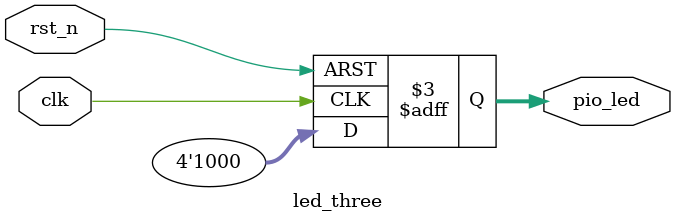
<source format=v>
module led_three(clk, rst_n, pio_led);

	input clk, rst_n;
	
	output reg [3:0] pio_led;

	always @ (posedge clk or negedge rst_n)
	begin
		if (!rst_n)
			begin
				pio_led <= 4'b1111;
			end
		else
			pio_led <= 4'b1000;
	end	

endmodule

</source>
